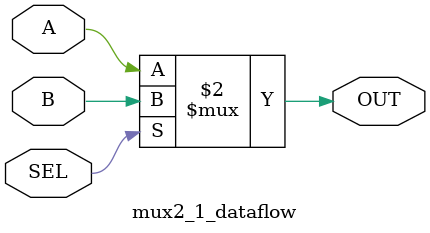
<source format=v>
`timescale 1ns / 1ps

module mux2_1_dataflow(
    input A,
    input B,
    input SEL,
    output OUT
    );
	 
	 assign OUT = (SEL==0)? A : B;


endmodule

</source>
